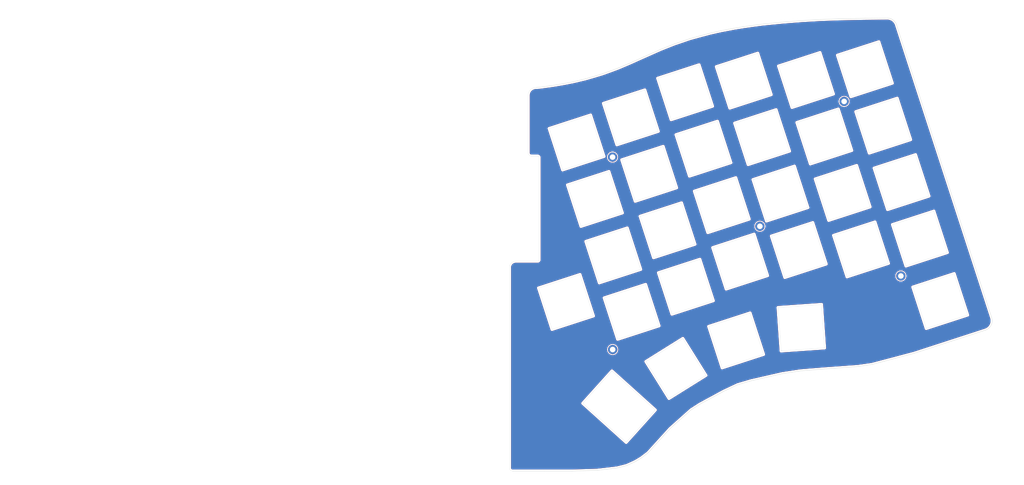
<source format=kicad_pcb>
(kicad_pcb (version 20211014) (generator pcbnew)
  (layers (0 "F.Cu" signal) (31 "B.Cu" signal) (34 "B.Paste" user) (35 "F.Paste" user) (36 "B.SilkS" user "B.Silkscreen") (37 "F.SilkS" user "F.Silkscreen") (38 "B.Mask" user) (39 "F.Mask" user) (44 "Edge.Cuts" user))
  (net 0 "")
  (footprint "" (layer "F.Cu") (at 276.673654 101.543586 18)
    (fp_text reference "" (at 0 0 18) (layer "F.SilkS") (effects (font (size 1.27 1.27))))
    (fp_text value "" (at 0 0 18) (layer "F.SilkS") (effects (font (size 1.27 1.27))))
    (pad "" thru_hole circle locked (at 0 0 90) (size 3 3) (drill 1.8) (layers *.Cu *.Mask "Dwgs.User") (clearance 0.3))
  )
  (footprint "" (layer "F.Cu") (at 231.43145 85.596597 18)
    (fp_text reference "" (at 0 0 18) (layer "F.SilkS") (effects (font (size 1.27 1.27))))
    (fp_text value "" (at 0 0 18) (layer "F.SilkS") (effects (font (size 1.27 1.27))))
    (pad "" thru_hole circle locked (at 0 0 90) (size 3 3) (drill 1.8) (layers *.Cu *.Mask "Dwgs.User") (clearance 0.3))
  )
  (footprint "" (layer "F.Cu") (at 184.158496 63.399594 18)
    (fp_text reference "" (at 0 0 18) (layer "F.SilkS") (effects (font (size 1.27 1.27))))
    (fp_text value "" (at 0 0 18) (layer "F.SilkS") (effects (font (size 1.27 1.27))))
    (pad "" thru_hole circle locked (at 0 0 90) (size 3 3) (drill 1.8) (layers *.Cu *.Mask "Dwgs.User") (clearance 0.3))
  )
  (footprint "" (layer "F.Cu") (at 184.191755 125.14905 18)
    (fp_text reference "" (at 0 0 18) (layer "F.SilkS") (effects (font (size 1.27 1.27))))
    (fp_text value "" (at 0 0 18) (layer "F.SilkS") (effects (font (size 1.27 1.27))))
    (pad "" thru_hole circle locked (at 0 0 90) (size 3 3) (drill 1.8) (layers *.Cu *.Mask "Dwgs.User") (clearance 0.3))
  )
  (footprint "" (layer "F.Cu") (at 258.47371 45.529926 18)
    (fp_text reference "" (at 0 0 18) (layer "F.SilkS") (effects (font (size 1.27 1.27))))
    (fp_text value "" (at 0 0 18) (layer "F.SilkS") (effects (font (size 1.27 1.27))))
    (pad "" thru_hole circle locked (at 0 0 90) (size 3 3) (drill 1.8) (layers *.Cu *.Mask "Dwgs.User") (clearance 0.3))
  )
  (gr_arc (start 160.598086 96.309413) (mid 160.451639 96.662966) (end 160.098086 96.809413) (layer "Edge.Cuts") (width 0.05))
  (gr_line (start 209.345503 144.498694) (end 212.190288 142.669898) (layer "Edge.Cuts") (width 0.099999))
  (gr_line (start 224.306103 136.421502) (end 228.624707 135.154153) (layer "Edge.Cuts") (width 0.099999))
  (gr_line (start 204.05419 27.075203) (end 209.074936 25.366074) (layer "Edge.Cuts") (width 0.099999))
  (gr_line (start 197.30791 95.698262) (end 210.622701 91.372023) (layer "Edge.Cuts") (width 0.05))
  (gr_line (start 185.619154 163.129621) (end 179.28575 163.87946) (layer "Edge.Cuts") (width 0.1))
  (gr_line (start 232.668396 20.688384) (end 238.873249 20.079605) (layer "Edge.Cuts") (width 0.099999))
  (gr_line (start 197.894344 144.554214) (end 188.526516 154.958242) (layer "Edge.Cuts") (width 0.05))
  (gr_line (start 273.138746 18.896265) (end 273.545147 19.048669) (layer "Edge.Cuts") (width 0.099999))
  (gr_line (start 229.594452 88.113966) (end 216.27966 92.440206) (layer "Edge.Cuts") (width 0.05))
  (gr_line (start 237.262013 111.649132) (end 251.22791 110.672541) (layer "Edge.Cuts") (width 0.05))
  (gr_line (start 206.714171 121.574728) (end 214.133041 133.447402) (layer "Edge.Cuts") (width 0.05))
  (gr_line (start 191.308769 161.17383) (end 193.288505 160.003494) (layer "Edge.Cuts") (width 0.099999))
  (gr_line (start 188.886775 86.117625) (end 175.571983 90.443865) (layer "Edge.Cuts") (width 0.05))
  (gr_arc (start 152.098086 164.133462) (mid 151.390979 163.840569) (end 151.098086 163.133462) (layer "Edge.Cuts") (width 0.05))
  (gr_line (start 256.754244 19.042683) (end 264.88143 18.871757) (layer "Edge.Cuts") (width 0.099999))
  (gr_line (start 244.955856 19.602394) (end 250.916187 19.256758) (layer "Edge.Cuts") (width 0.099999))
  (gr_line (start 198.868445 100.501095) (end 203.194682 113.815887) (layer "Edge.Cuts") (width 0.05))
  (gr_line (start 298.126512 114.085116) (end 293.800276 100.770323) (layer "Edge.Cuts") (width 0.05))
  (gr_line (start 232.629826 126.712533) (end 228.30359 113.39774) (layer "Edge.Cuts") (width 0.05))
  (gr_line (start 236.644944 48.166052) (end 223.330152 52.492292) (layer "Edge.Cuts") (width 0.05))
  (gr_line (start 204.506113 56.204951) (end 208.83235 69.519743) (layer "Edge.Cuts") (width 0.05))
  (gr_line (start 168.124672 67.523403) (end 181.439463 63.197164) (layer "Edge.Cuts") (width 0.05))
  (gr_line (start 169.685208 72.326235) (end 174.011445 85.641027) (layer "Edge.Cuts") (width 0.05))
  (gr_line (start 230.758171 30.048428) (end 217.443379 34.374668) (layer "Edge.Cuts") (width 0.05))
  (gr_line (start 249.179263 70.400577) (end 253.5055 83.715369) (layer "Edge.Cuts") (width 0.05))
  (gr_line (start 216.260368 47.07588) (end 211.934132 33.761087) (layer "Edge.Cuts") (width 0.05))
  (gr_line (start 273.968563 85.047109) (end 278.2948 98.361901) (layer "Edge.Cuts") (width 0.05))
  (gr_line (start 262.494055 66.074337) (end 249.179263 70.400577) (layer "Edge.Cuts") (width 0.05))
  (gr_line (start 227.656389 65.807084) (end 240.97118 61.480845) (layer "Edge.Cuts") (width 0.05))
  (gr_arc (start 158.098086 63.059413) (mid 157.390979 62.76652) (end 157.098086 62.059413) (layer "Edge.Cuts") (width 0.05))
  (gr_line (start 243.292488 52.282947) (end 247.618725 65.597739) (layer "Edge.Cuts") (width 0.05))
  (gr_line (start 178.50798 37.416251) (end 180.896085 36.693261) (layer "Edge.Cuts") (width 0.099999))
  (gr_line (start 255.066035 88.518202) (end 259.392272 101.832994) (layer "Edge.Cuts") (width 0.05))
  (gr_line (start 189.541511 33.326198) (end 193.542278 31.527389) (layer "Edge.Cuts") (width 0.099999))
  (gr_line (start 229.216927 70.609922) (end 233.543164 83.924714) (layer "Edge.Cuts") (width 0.05))
  (gr_line (start 238.238604 125.615029) (end 237.262013 111.649132) (layer "Edge.Cuts") (width 0.05))
  (gr_line (start 183 67.999995) (end 169.685208 72.326235) (layer "Edge.Cuts") (width 0.05))
  (gr_line (start 222.147141 65.193504) (end 217.820905 51.878711) (layer "Edge.Cuts") (width 0.05))
  (gr_line (start 260.63448 44.009022) (end 273.949271 39.682783) (layer "Edge.Cuts") (width 0.05))
  (gr_line (start 259.392272 101.832994) (end 272.707063 97.506755) (layer "Edge.Cuts") (width 0.05))
  (gr_line (start 273.951552 19.251863) (end 274.307174 19.505863) (layer "Edge.Cuts") (width 0.099999))
  (gr_line (start 229.885576 21.044598) (end 232.668396 20.688384) (layer "Edge.Cuts") (width 0.099999))
  (gr_line (start 183.951089 131.999653) (end 197.894344 144.554214) (layer "Edge.Cuts") (width 0.05))
  (gr_line (start 284.811721 118.411355) (end 298.126512 114.085116) (layer "Edge.Cuts") (width 0.05))
  (gr_line (start 299.00232 120.47113) (end 303.729643 118.935131) (layer "Edge.Cuts") (width 0.1))
  (gr_arc (start 157.098086 43.559413) (mid 157.830319 41.791646) (end 159.598086 41.059413) (layer "Edge.Cuts") (width 0.05))
  (gr_line (start 193.213011 99.432418) (end 188.886775 86.117625) (layer "Edge.Cuts") (width 0.05))
  (gr_line (start 162.267749 164.133461) (end 152.098086 164.133462) (layer "Edge.Cuts") (width 0.1))
  (gr_line (start 252.246108 131.341498) (end 244.499278 131.978813) (layer "Edge.Cuts") (width 0.099999))
  (gr_line (start 179.89822 103.758657) (end 193.213011 99.432418) (layer "Edge.Cuts") (width 0.05))
  (gr_line (start 272.707063 97.506755) (end 268.380827 84.191962) (layer "Edge.Cuts") (width 0.05))
  (gr_line (start 238.657086 132.865501) (end 228.624707 135.154153) (layer "Edge.Cuts") (width 0.099999))
  (gr_line (start 263.001278 130.556813) (end 267.422692 129.913905) (layer "Edge.Cuts") (width 0.1))
  (gr_line (start 198.849153 55.136769) (end 194.522917 41.821976) (layer "Edge.Cuts") (width 0.05))
  (gr_line (start 226.218995 21.5603) (end 229.885576 21.044598) (layer "Edge.Cuts") (width 0.099999))
  (gr_line (start 281.396583 62.603244) (end 268.081791 66.929484) (layer "Edge.Cuts") (width 0.05))
  (gr_line (start 214.988798 117.72398) (end 219.315035 131.038772) (layer "Edge.Cuts") (width 0.05))
  (gr_line (start 202.589078 150.518485) (end 205.637096 147.800696) (layer "Edge.Cuts") (width 0.099999))
  (gr_line (start 237.405715 34.165323) (end 241.731952 47.480115) (layer "Edge.Cuts") (width 0.05))
  (gr_line (start 185.784992 121.876282) (end 199.099783 117.550043) (layer "Edge.Cuts") (width 0.05))
  (gr_line (start 298.717855 93.14477) (end 305.801121 114.944822) (layer "Edge.Cuts") (width 0.1))
  (gr_line (start 175.571983 90.443865) (end 179.89822 103.758657) (layer "Edge.Cuts") (width 0.05))
  (gr_line (start 216.27966 92.440206) (end 220.605897 105.754998) (layer "Edge.Cuts") (width 0.05))
  (gr_line (start 253.5055 83.715369) (end 266.820291 79.38913) (layer "Edge.Cuts") (width 0.05))
  (gr_line (start 193.288505 160.003494) (end 195.525152 158.303622) (layer "Edge.Cuts") (width 0.099999))
  (gr_line (start 246.857955 79.598475) (end 242.531719 66.283682) (layer "Edge.Cuts") (width 0.05))
  (gr_line (start 188.667166 162.36763) (end 191.308769 161.17383) (layer "Edge.Cuts") (width 0.099999))
  (gr_line (start 173.712534 101.063211) (end 160.397742 105.389451) (layer "Edge.Cuts") (width 0.05))
  (gr_line (start 293.800276 100.770323) (end 280.485484 105.096563) (layer "Edge.Cuts") (width 0.05))
  (gr_line (start 188.526516 154.958242) (end 174.583261 142.403681) (layer "Edge.Cuts") (width 0.05))
  (gr_line (start 274.561139 19.759869) (end 274.815168 20.064663) (layer "Edge.Cuts") (width 0.099999))
  (gr_line (start 217.820905 51.878711) (end 204.506113 56.204951) (layer "Edge.Cuts") (width 0.05))
  (gr_line (start 274.815168 20.064663) (end 275.018323 20.369465) (layer "Edge.Cuts") (width 0.099999))
  (gr_line (start 197.29387 29.864799) (end 199.794944 28.756408) (layer "Edge.Cuts") (width 0.099999))
  (gr_line (start 223.187 22.052735) (end 226.218995 21.5603) (layer "Edge.Cuts") (width 0.099999))
  (gr_line (start 264.88143 18.871757) (end 269.83579 18.817178) (layer "Edge.Cuts") (width 0.099999))
  (gr_arc (start 305.801121 114.944822) (mid 305.602753 117.374678) (end 303.729643 118.935131) (layer "Edge.Cuts") (width 0.1))
  (gr_line (start 187.326236 81.314788) (end 183 67.999995) (layer "Edge.Cuts") (width 0.05))
  (gr_line (start 268.081791 66.929484) (end 272.408028 80.244276) (layer "Edge.Cuts") (width 0.05))
  (gr_line (start 210.392888 74.322581) (end 214.719125 87.637373) (layer "Edge.Cuts") (width 0.05))
  (gr_line (start 179.28575 163.87946) (end 171.157747 164.133462) (layer "Edge.Cuts") (width 0.1))
  (gr_line (start 202.589078 150.518485) (end 195.525152 158.303622) (layer "Edge.Cuts") (width 0.1))
  (gr_line (start 202.260367 140.866272) (end 194.841497 128.993598) (layer "Edge.Cuts") (width 0.05))
  (gr_line (start 239.429936 102.042339) (end 252.744727 97.7161) (layer "Edge.Cuts") (width 0.05))
  (gr_line (start 280.485484 105.096563) (end 284.811721 118.411355) (layer "Edge.Cuts") (width 0.05))
  (gr_line (start 168.556173 39.814535) (end 171.71043 39.190532) (layer "Edge.Cuts") (width 0.099999))
  (gr_line (start 205.637096 147.800696) (end 209.345503 144.498694) (layer "Edge.Cuts") (width 0.099999))
  (gr_line (start 151.098086 98.809413) (end 151.098086 163.133462) (layer "Edge.Cuts") (width 0.05))
  (gr_line (start 210.622701 91.372023) (end 206.296465 78.05723) (layer "Edge.Cuts") (width 0.05))
  (gr_line (start 212.8498 24.338059) (end 215.61866 23.601103) (layer "Edge.Cuts") (width 0.099999))
  (gr_line (start 157.098086 62.059413) (end 157.098086 43.559413) (layer "Edge.Cuts") (width 0.05))
  (gr_line (start 275.509808 44.485614) (end 262.195016 48.811854) (layer "Edge.Cuts") (width 0.05))
  (gr_line (start 275.018323 20.369465) (end 275.170759 20.674264) (layer "Edge.Cuts") (width 0.099999))
  (gr_line (start 199.794944 28.756408) (end 201.924568 27.915804) (layer "Edge.Cuts") (width 0.099999))
  (gr_line (start 223.330152 52.492292) (end 227.656389 65.807084) (layer "Edge.Cuts") (width 0.05))
  (gr_line (start 235.103699 88.727547) (end 239.429936 102.042339) (layer "Edge.Cuts") (width 0.05))
  (gr_line (start 202.945577 51.402119) (end 216.260368 47.07588) (layer "Edge.Cuts") (width 0.05))
  (gr_line (start 219.022104 22.840879) (end 223.187 22.052735) (layer "Edge.Cuts") (width 0.099999))
  (gr_line (start 221.769616 47.68946) (end 235.084407 43.363221) (layer "Edge.Cuts") (width 0.05))
  (gr_line (start 252.744727 97.7161) (end 248.418491 84.401307) (layer "Edge.Cuts") (width 0.05))
  (gr_line (start 160.598086 63.559413) (end 160.598086 96.309413) (layer "Edge.Cuts") (width 0.05))
  (gr_line (start 235.084407 43.363221) (end 230.758171 30.048428) (layer "Edge.Cuts") (width 0.05))
  (gr_line (start 262.195016 48.811854) (end 266.521253 62.126646) (layer "Edge.Cuts") (width 0.05))
  (gr_line (start 273.545147 19.048669) (end 273.951552 19.251863) (layer "Edge.Cuts") (width 0.099999))
  (gr_line (start 223.70768 69.996341) (end 210.392888 74.322581) (layer "Edge.Cuts") (width 0.05))
  (gr_line (start 272.408028 80.244276) (end 285.722819 75.918037) (layer "Edge.Cuts") (width 0.05))
  (gr_line (start 163.798435 54.208611) (end 168.124672 67.523403) (layer "Edge.Cuts") (width 0.05))
  (gr_line (start 177.113227 49.882371) (end 163.798435 54.208611) (layer "Edge.Cuts") (width 0.05))
  (gr_arc (start 160.098086 63.059413) (mid 160.451639 63.20586) (end 160.598086 63.559413) (layer "Edge.Cuts") (width 0.05))
  (gr_line (start 203.194682 113.815887) (end 216.509473 109.489648) (layer "Edge.Cuts") (width 0.05))
  (gr_line (start 242.531719 66.283682) (end 229.216927 70.609922) (layer "Edge.Cuts") (width 0.05))
  (gr_line (start 194.773547 104.23525) (end 181.458755 108.56149) (layer "Edge.Cuts") (width 0.05))
  (gr_line (start 269.83579 18.817178) (end 272.529157 18.794663) (layer "Edge.Cuts") (width 0.099999))
  (gr_line (start 175.489945 38.28943) (end 178.50798 37.416251) (layer "Edge.Cuts") (width 0.099999))
  (gr_line (start 192.981673 82.38347) (end 197.30791 95.698262) (layer "Edge.Cuts") (width 0.05))
  (gr_line (start 171.71043 39.190532) (end 175.489945 38.28943) (layer "Edge.Cuts") (width 0.099999))
  (gr_line (start 208.83235 69.519743) (end 222.147141 65.193504) (layer "Edge.Cuts") (width 0.05))
  (gr_line (start 228.30359 113.39774) (end 214.988798 117.72398) (layer "Edge.Cuts") (width 0.05))
  (gr_line (start 185.619154 163.129621) (end 188.667166 162.36763) (layer "Edge.Cuts") (width 0.099999))
  (gr_line (start 178.03877 114.378004) (end 173.712534 101.063211) (layer "Edge.Cuts") (width 0.05))
  (gr_line (start 219.734082 138.580498) (end 224.306103 136.421502) (layer "Edge.Cuts") (width 0.099999))
  (gr_line (start 204.735926 73.254393) (end 200.40969 59.9396) (layer "Edge.Cuts") (width 0.05))
  (gr_line (start 275.170759 20.674264) (end 298.717855 93.14477) (layer "Edge.Cuts") (width 0.1))
  (gr_line (start 269.623035 26.36799) (end 256.308243 30.69423) (layer "Edge.Cuts") (width 0.05))
  (gr_line (start 260.933516 61.2715) (end 256.60728 47.956707) (layer "Edge.Cuts") (width 0.05))
  (gr_line (start 233.543164 83.924714) (end 246.857955 79.598475) (layer "Edge.Cuts") (width 0.05))
  (gr_line (start 214.133041 133.447402) (end 202.260367 140.866272) (layer "Edge.Cuts") (width 0.05))
  (gr_arc (start 151.098086 98.809413) (mid 151.683872 97.395199) (end 153.098086 96.809413) (layer "Edge.Cuts") (width 0.05))
  (gr_line (start 247.618725 65.597739) (end 260.933516 61.2715) (layer "Edge.Cuts") (width 0.05))
  (gr_line (start 187.094898 64.26584) (end 191.421135 77.580632) (layer "Edge.Cuts") (width 0.05))
  (gr_line (start 255.046743 43.153876) (end 250.720507 29.839083) (layer "Edge.Cuts") (width 0.05))
  (gr_line (start 209.074936 25.366074) (end 212.8498 24.338059) (layer "Edge.Cuts") (width 0.099999))
  (gr_line (start 160.098086 96.809413) (end 153.098086 96.809413) (layer "Edge.Cuts") (width 0.05))
  (gr_line (start 266.521253 62.126646) (end 279.836044 57.800407) (layer "Edge.Cuts") (width 0.05))
  (gr_line (start 256.308243 30.69423) (end 260.63448 44.009022) (layer "Edge.Cuts") (width 0.05))
  (gr_line (start 220.605897 105.754998) (end 233.920688 101.428759) (layer "Edge.Cuts") (width 0.05))
  (gr_line (start 255.421281 131.116812) (end 263.001278 130.556813) (layer "Edge.Cuts") (width 0.1))
  (gr_line (start 250.916187 19.256758) (end 256.754244 19.042683) (layer "Edge.Cuts") (width 0.099999))
  (gr_line (start 160.397742 105.389451) (end 164.723979 118.704243) (layer "Edge.Cuts") (width 0.05))
  (gr_line (start 180.896085 36.693261) (end 183.655623 35.702472) (layer "Edge.Cuts") (width 0.099999))
  (gr_line (start 291.609591 94.035662) (end 287.283355 80.720869) (layer "Edge.Cuts") (width 0.05))
  (gr_line (start 199.099783 117.550043) (end 194.773547 104.23525) (layer "Edge.Cuts") (width 0.05))
  (gr_line (start 238.873249 20.079605) (end 244.955856 19.602394) (layer "Edge.Cuts") (width 0.099999))
  (gr_line (start 287.283355 80.720869) (end 273.968563 85.047109) (layer "Edge.Cuts") (width 0.05))
  (gr_line (start 211.934132 33.761087) (end 198.61934 38.087327) (layer "Edge.Cuts") (width 0.05))
  (gr_line (start 250.720507 29.839083) (end 237.405715 34.165323) (layer "Edge.Cuts") (width 0.05))
  (gr_line (start 160.846943 40.986817) (end 164.640436 40.466463) (layer "Edge.Cuts") (width 0.099999))
  (gr_line (start 171.157747 164.133462) (end 162.267749 164.133461) (layer "Edge.Cuts") (width 0.1))
  (gr_line (start 267.422692 129.913905) (end 280.884693 126.357906) (layer "Edge.Cuts") (width 0.1))
  (gr_line (start 278.2948 98.361901) (end 291.609591 94.035662) (layer "Edge.Cuts") (width 0.05))
  (gr_line (start 272.529157 18.794663) (end 273.138746 18.896265) (layer "Edge.Cuts") (width 0.099999))
  (gr_line (start 219.315035 131.038772) (end 232.629826 126.712533) (layer "Edge.Cuts") (width 0.05))
  (gr_line (start 240.97118 61.480845) (end 236.644944 48.166052) (layer "Edge.Cuts") (width 0.05))
  (gr_line (start 219.734082 138.580498) (end 212.190288 142.669898) (layer "Edge.Cuts") (width 0.099999))
  (gr_line (start 252.246108 131.341498) (end 255.421281 131.116812) (layer "Edge.Cuts") (width 0.099999))
  (gr_line (start 193.542278 31.527389) (end 197.29387 29.864799) (layer "Edge.Cuts") (width 0.099999))
  (gr_line (start 159.598086 41.059413) (end 160.846943 40.986817) (layer "Edge.Cuts") (width 0.099999))
  (gr_line (start 174.011445 85.641027) (end 187.326236 81.314788) (layer "Edge.Cuts") (width 0.05))
  (gr_line (start 206.296465 78.05723) (end 192.981673 82.38347) (layer "Edge.Cuts") (width 0.05))
  (gr_line (start 266.820291 79.38913) (end 262.494055 66.074337) (layer "Edge.Cuts") (width 0.05))
  (gr_line (start 274.307174 19.505863) (end 274.561139 19.759869) (layer "Edge.Cuts") (width 0.099999))
  (gr_line (start 194.841497 128.993598) (end 206.714171 121.574728) (layer "Edge.Cuts") (width 0.05))
  (gr_line (start 181.208125 46.148216) (end 185.534362 59.463008) (layer "Edge.Cuts") (width 0.05))
  (gr_line (start 285.722819 75.918037) (end 281.396583 62.603244) (layer "Edge.Cuts") (width 0.05))
  (gr_line (start 164.640436 40.466463) (end 168.556173 39.814535) (layer "Edge.Cuts") (width 0.099999))
  (gr_line (start 268.380827 84.191962) (end 255.066035 88.518202) (layer "Edge.Cuts") (width 0.05))
  (gr_line (start 252.204501 124.638438) (end 238.238604 125.615029) (layer "Edge.Cuts") (width 0.05))
  (gr_line (start 256.60728 47.956707) (end 243.292488 52.282947) (layer "Edge.Cuts") (width 0.05))
  (gr_line (start 217.443379 34.374668) (end 221.769616 47.68946) (layer "Edge.Cuts") (width 0.05))
  (gr_line (start 280.884693 126.357906) (end 299.00232 120.47113) (layer "Edge.Cuts") (width 0.1))
  (gr_line (start 191.421135 77.580632) (end 204.735926 73.254393) (layer "Edge.Cuts") (width 0.05))
  (gr_line (start 279.836044 57.800407) (end 275.509808 44.485614) (layer "Edge.Cuts") (width 0.05))
  (gr_line (start 181.439463 63.197164) (end 177.113227 49.882371) (layer "Edge.Cuts") (width 0.05))
  (gr_line (start 228.033916 83.311134) (end 223.70768 69.996341) (layer "Edge.Cuts") (width 0.05))
  (gr_line (start 248.418491 84.401307) (end 235.103699 88.727547) (layer "Edge.Cuts") (width 0.05))
  (gr_line (start 194.522917 41.821976) (end 181.208125 46.148216) (layer "Edge.Cuts") (width 0.05))
  (gr_line (start 185.534362 59.463008) (end 198.849153 55.136769) (layer "Edge.Cuts") (width 0.05))
  (gr_line (start 174.583261 142.403681) (end 183.951089 131.999653) (layer "Edge.Cuts") (width 0.05))
  (gr_line (start 164.723979 118.704243) (end 178.03877 114.378004) (layer "Edge.Cuts") (width 0.05))
  (gr_line (start 233.920688 101.428759) (end 229.594452 88.113966) (layer "Edge.Cuts") (width 0.05))
  (gr_line (start 241.731952 47.480115) (end 255.046743 43.153876) (layer "Edge.Cuts") (width 0.05))
  (gr_line (start 244.499278 131.978813) (end 238.657086 132.865501) (layer "Edge.Cuts") (width 0.099999))
  (gr_line (start 201.924568 27.915804) (end 204.05419 27.075203) (layer "Edge.Cuts") (width 0.099999))
  (gr_line (start 198.61934 38.087327) (end 202.945577 51.402119) (layer "Edge.Cuts") (width 0.05))
  (gr_line (start 185.912176 34.857219) (end 189.541511 33.326198) (layer "Edge.Cuts") (width 0.099999))
  (gr_line (start 158.098086 63.059413) (end 160.098086 63.059413) (layer "Edge.Cuts") (width 0.05))
  (gr_line (start 181.458755 108.56149) (end 185.784992 121.876282) (layer "Edge.Cuts") (width 0.05))
  (gr_line (start 183.655623 35.702472) (end 185.912176 34.857219) (layer "Edge.Cuts") (width 0.099999))
  (gr_line (start 200.40969 59.9396) (end 187.094898 64.26584) (layer "Edge.Cuts") (width 0.05))
  (gr_line (start 273.949271 39.682783) (end 269.623035 26.36799) (layer "Edge.Cuts") (width 0.05))
  (gr_line (start 215.61866 23.601103) (end 219.022104 22.840879) (layer "Edge.Cuts") (width 0.099999))
  (gr_line (start 216.509473 109.489648) (end 212.183237 96.174855) (layer "Edge.Cuts") (width 0.05))
  (gr_line (start 214.719125 87.637373) (end 228.033916 83.311134) (layer "Edge.Cuts") (width 0.05))
  (gr_line (start 251.22791 110.672541) (end 252.204501 124.638438) (layer "Edge.Cuts") (width 0.05))
  (gr_line (start 212.183237 96.174855) (end 198.868445 100.501095) (layer "Edge.Cuts") (width 0.05))
  (zone locked (net 0) (net_name "") (layer "F.Cu") (connect_pads (clearance 0.508)) (min_thickness 0.254) (fill yes (thermal_gap 0.508) (thermal_bridge_width 0.508))
    (polygon (pts (xy 316.198086 124.903163) (xy 243.173086 146.334413) (xy 193.166836 167.765663) (xy 112.998087 167.765663) (xy 67.758258 143.24325) (xy -12.41049 128.161999) (xy 23.304337 12.984412) (xy 151.098087 17.746911) (xy 278.891837 12.984413)))
  )
  (zone locked (net 0) (net_name "") (layer "B.Cu") (connect_pads (clearance 0.508)) (min_thickness 0.254) (fill yes (thermal_gap 0.508) (thermal_bridge_width 0.508))
    (polygon (pts (xy 314.610587 124.903163) (xy 245.554338 145.540662) (xy 193.166837 168.559414) (xy 113.791838 168.559414) (xy 69.341838 142.365662) (xy -10.826915 127.284413) (xy 24.891838 14.571913) (xy 70.929336 17.746914) (xy 103.473087 26.478163) (xy 124.110587 35.209413) (xy 150.304337 39.178162) (xy 184.435588 32.828163) (xy 205.866837 24.096913) (xy 232.854337 18.540663) (xy 275.716837 16.159414)))
  )
)
</source>
